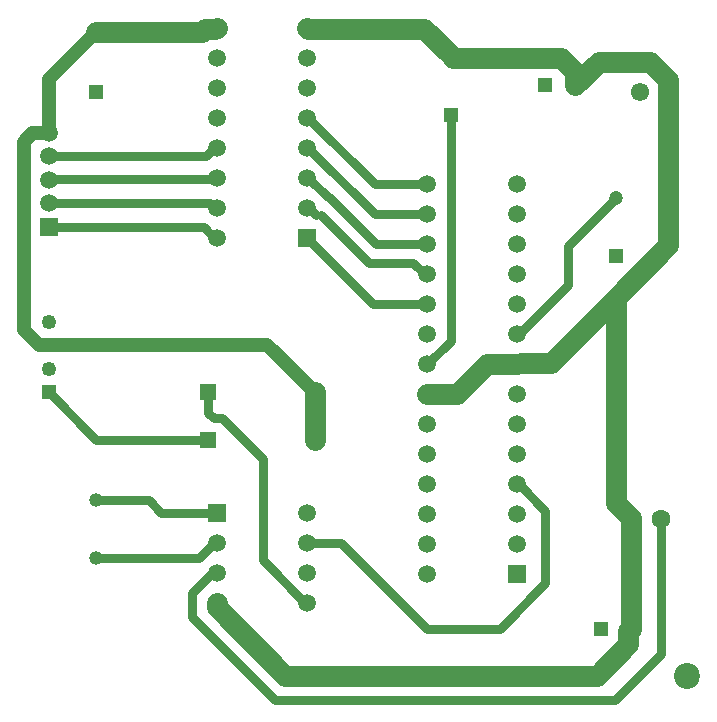
<source format=gtl>
G04*
G04 #@! TF.GenerationSoftware,Altium Limited,Altium Designer,22.8.2 (66)*
G04*
G04 Layer_Physical_Order=1*
G04 Layer_Color=255*
%FSLAX25Y25*%
%MOIN*%
G70*
G04*
G04 #@! TF.SameCoordinates,1DA06848-B02D-40B0-91E6-948BEBB4C5FF*
G04*
G04*
G04 #@! TF.FilePolarity,Positive*
G04*
G01*
G75*
%ADD19C,0.08661*%
%ADD26R,0.06299X0.06299*%
%ADD27C,0.06299*%
%ADD30C,0.05118*%
%ADD31R,0.05118X0.05118*%
%ADD34C,0.03150*%
%ADD35C,0.07087*%
%ADD36C,0.04724*%
%ADD37C,0.04921*%
%ADD38R,0.04921X0.04921*%
%ADD39C,0.05906*%
%ADD40R,0.05906X0.05906*%
%ADD41C,0.06102*%
%ADD42R,0.06102X0.06102*%
%ADD43R,0.05315X0.05315*%
%ADD44C,0.05315*%
%ADD45R,0.05906X0.05906*%
%ADD46C,0.04693*%
%ADD47R,0.05118X0.05118*%
%ADD48R,0.04724X0.04724*%
%ADD49C,0.04724*%
D19*
X472441Y228346D02*
D03*
D26*
X448819Y322835D02*
D03*
D27*
X463976Y280709D02*
D03*
D30*
X453819Y244094D02*
D03*
X393701Y435197D02*
D03*
X275590Y443071D02*
D03*
X435197Y425197D02*
D03*
D31*
X393701Y415197D02*
D03*
X275590Y423071D02*
D03*
D34*
X393701Y340079D02*
Y415197D01*
X385827Y332205D02*
X393701Y340079D01*
X381183Y366102D02*
X385081Y362205D01*
X346287Y394449D02*
X352705Y388032D01*
X346454Y384449D02*
X348974Y381929D01*
X368891Y372205D02*
X385827D01*
X368531Y382205D02*
X385827D01*
X368531Y392205D02*
X385827D01*
X366364Y366102D02*
X381183D01*
X353064Y388032D02*
X368891Y372205D01*
X350537Y381929D02*
X366364Y366102D01*
X346287Y414449D02*
X368531Y392205D01*
X346287Y404449D02*
X368531Y382205D01*
X345709Y374449D02*
X367953Y352205D01*
X385827D01*
X312089Y401575D02*
X314963Y404449D01*
X259842Y401575D02*
X312089D01*
X314963Y404449D02*
X315709D01*
X463976Y235630D02*
Y280709D01*
X448622Y220276D02*
X463976Y235630D01*
X335240Y220276D02*
X448622D01*
X307638Y247877D02*
X335240Y220276D01*
X385827Y244094D02*
X410025D01*
X357205Y272716D02*
X385827Y244094D01*
X345709Y272716D02*
X357205D01*
X416405Y292205D02*
X425197Y283413D01*
X410025Y244094D02*
X425197Y259266D01*
Y283413D01*
X307638Y247877D02*
Y256060D01*
X415827Y292205D02*
X416405D01*
X315181Y262189D02*
X315709Y262717D01*
X313767Y262189D02*
X315181D01*
X307638Y256060D02*
X313767Y262189D01*
X314963Y272716D02*
X315709D01*
X309963Y267717D02*
X314963Y272716D01*
X275590Y267717D02*
X309963D01*
X317525Y314272D02*
X331022Y300775D01*
X312992Y316117D02*
X314837Y314272D01*
X317525D01*
X312992Y316117D02*
Y322835D01*
X331022Y266824D02*
Y300775D01*
X432767Y358566D02*
Y371507D01*
X416405Y342205D02*
X432767Y358566D01*
Y371507D02*
X448819Y387559D01*
X415827Y342205D02*
X416405D01*
X311459Y377953D02*
X314963Y374449D01*
X259842Y377953D02*
X311459D01*
X314963Y374449D02*
X315709D01*
X259842Y385827D02*
X313585D01*
X314963Y384449D01*
X315709D01*
X315335Y394075D02*
X315709Y394449D01*
X259842Y393701D02*
X260216Y394075D01*
X315335D01*
X293063Y286929D02*
X297276Y282716D01*
X275590Y286929D02*
X293063D01*
X297276Y282716D02*
X315709D01*
X331022Y266824D02*
X345130Y252716D01*
X345709D01*
X259842Y322835D02*
X275591Y307087D01*
X312992D01*
D35*
X395827Y322205D02*
X405827Y332205D01*
X415827D01*
X385827Y322205D02*
X395827D01*
X394646Y434252D02*
X430447D01*
X448819Y285965D02*
X453819Y280965D01*
Y244094D02*
Y280965D01*
X448819Y285965D02*
Y322835D01*
X338583Y228346D02*
X442376D01*
X452874Y243150D02*
X453819Y244094D01*
X452874Y238845D02*
Y243150D01*
X442376Y228346D02*
X452874Y238845D01*
X448819Y322835D02*
Y354435D01*
X435197Y425197D02*
X443071Y433071D01*
X448819Y354435D02*
X466240Y371856D01*
X427140Y332756D02*
X448819Y354435D01*
X456693Y433071D02*
X460195D01*
X466240Y427026D01*
Y371856D02*
Y427026D01*
X315709Y251220D02*
Y252716D01*
Y251220D02*
X338583Y228346D01*
X417323Y332756D02*
X427140D01*
X443071Y433071D02*
X456693D01*
X430447Y434252D02*
X435197Y429502D01*
Y425197D02*
Y429502D01*
X393701Y435197D02*
X394646Y434252D01*
X385000Y443898D02*
X393701Y435197D01*
X345709Y444449D02*
X346260Y443898D01*
X385000D01*
X348425Y307087D02*
Y322835D01*
X275590Y443071D02*
X310968D01*
X311795Y443898D01*
X315158D01*
X315709Y444449D01*
D36*
X254342Y409223D02*
X259616D01*
X251575Y343728D02*
Y406455D01*
X254342Y409223D01*
X259616D02*
X259842Y409449D01*
X256682Y338620D02*
X259805D01*
X251575Y343728D02*
X256682Y338620D01*
X259805D02*
X259842Y338583D01*
Y409449D02*
Y427323D01*
X275590Y443071D01*
X259842Y338583D02*
X332677D01*
X348425Y322835D01*
D37*
X259842Y346457D02*
D03*
Y338583D02*
D03*
Y330709D02*
D03*
D38*
Y322835D02*
D03*
D39*
Y409449D02*
D03*
Y401575D02*
D03*
Y393701D02*
D03*
Y385827D02*
D03*
X345709Y252716D02*
D03*
Y262717D02*
D03*
Y272716D02*
D03*
Y282716D02*
D03*
X315709Y252716D02*
D03*
Y262717D02*
D03*
Y272716D02*
D03*
Y444449D02*
D03*
Y434449D02*
D03*
Y424449D02*
D03*
Y414449D02*
D03*
Y404449D02*
D03*
Y394449D02*
D03*
Y384449D02*
D03*
Y374449D02*
D03*
X345709Y444449D02*
D03*
Y434449D02*
D03*
Y424449D02*
D03*
Y414449D02*
D03*
Y404449D02*
D03*
Y394449D02*
D03*
Y384449D02*
D03*
X385827Y392205D02*
D03*
Y382205D02*
D03*
Y372205D02*
D03*
Y362205D02*
D03*
Y352205D02*
D03*
Y342205D02*
D03*
Y332205D02*
D03*
Y322205D02*
D03*
Y312205D02*
D03*
Y302205D02*
D03*
Y292205D02*
D03*
Y282205D02*
D03*
Y272205D02*
D03*
Y262205D02*
D03*
X415827Y392205D02*
D03*
Y382205D02*
D03*
Y372205D02*
D03*
Y362205D02*
D03*
Y352205D02*
D03*
Y342205D02*
D03*
Y332205D02*
D03*
Y322205D02*
D03*
Y312205D02*
D03*
Y302205D02*
D03*
Y292205D02*
D03*
Y282205D02*
D03*
Y272205D02*
D03*
D40*
X259842Y377953D02*
D03*
D41*
X456693Y423071D02*
D03*
D42*
Y433071D02*
D03*
D43*
X312992Y307087D02*
D03*
Y322835D02*
D03*
D44*
X348425Y307087D02*
D03*
Y322835D02*
D03*
D45*
X315709Y282716D02*
D03*
X345709Y374449D02*
D03*
X415827Y262205D02*
D03*
D46*
X275590Y267717D02*
D03*
Y286929D02*
D03*
D47*
X443819Y244094D02*
D03*
X425197Y425197D02*
D03*
D48*
X448819Y368347D02*
D03*
D49*
Y387559D02*
D03*
M02*

</source>
